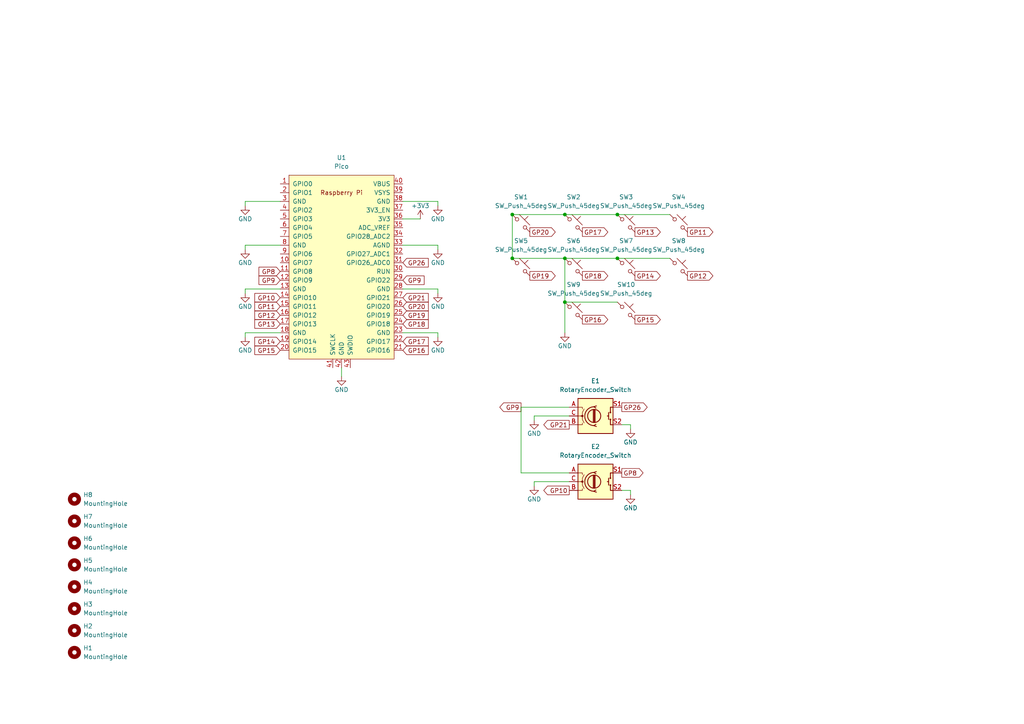
<source format=kicad_sch>
(kicad_sch (version 20230121) (generator eeschema)
  (paper "A4")
  (lib_symbols
    (symbol "Device:RotaryEncoder_Switch" (pin_names (offset 0.254) hide)
      (property "Reference" "SW" (at 0 6.604 0))
      (property "Value" "RotaryEncoder_Switch" (at 0 -6.604 0))
      (symbol "RotaryEncoder_Switch_0_1"
        (rectangle (start -5.08 5.08) (end 5.08 -5.08) (stroke (width 0.254)) (fill (type background)))
        (circle (center -3.81 0) (radius 0.254) (fill (type outline)))
        (circle (center -0.381 0) (radius 1.905) (stroke (width 0.254)))
        (arc (start -0.381 2.667) (mid -3.0988 -0.0635) (end -0.381 -2.794) (stroke (width 0.254)))
        (polyline (pts (xy -0.635 -1.778) (xy -0.635 1.778)) (stroke (width 0.254)))
        (polyline (pts (xy -0.381 -1.778) (xy -0.381 1.778)) (stroke (width 0.254)))
        (polyline (pts (xy -0.127 1.778) (xy -0.127 -1.778)) (stroke (width 0.254)))
        (polyline (pts (xy 3.81 0) (xy 3.429 0)) (stroke (width 0.254)))
        (polyline (pts (xy 3.81 1.016) (xy 3.81 -1.016)) (stroke (width 0.254)))
        (polyline (pts (xy -5.08 -2.54) (xy -3.81 -2.54) (xy -3.81 -2.032)))
        (polyline (pts (xy -5.08 2.54) (xy -3.81 2.54) (xy -3.81 2.032)))
        (polyline (pts (xy 0.254 -3.048) (xy -0.508 -2.794) (xy 0.127 -2.413)) (stroke (width 0.254)))
        (polyline (pts (xy 0.254 2.921) (xy -0.508 2.667) (xy 0.127 2.286)) (stroke (width 0.254)))
        (polyline (pts (xy 5.08 -2.54) (xy 4.318 -2.54) (xy 4.318 -1.016)) (stroke (width 0.254)))
        (polyline (pts (xy 5.08 2.54) (xy 4.318 2.54) (xy 4.318 1.016)) (stroke (width 0.254)))
        (polyline (pts (xy -5.08 0) (xy -3.81 0) (xy -3.81 -1.016) (xy -3.302 -2.032)))
        (polyline (pts (xy -4.318 0) (xy -3.81 0) (xy -3.81 1.016) (xy -3.302 2.032)))
        (circle (center 4.318 -1.016) (radius 0.127) (stroke (width 0.254)))
        (circle (center 4.318 1.016) (radius 0.127) (stroke (width 0.254)))
      )
      (symbol "RotaryEncoder_Switch_1_1"
        (pin passive line (at -7.62 2.54 0) (length 2.54) (name "A") (number "A"))
        (pin passive line (at -7.62 -2.54 0) (length 2.54) (name "B") (number "B"))
        (pin passive line (at -7.62 0 0) (length 2.54) (name "C") (number "C"))
        (pin passive line (at 7.62 2.54 180) (length 2.54) (name "S1") (number "S1"))
        (pin passive line (at 7.62 -2.54 180) (length 2.54) (name "S2") (number "S2"))
      )
    )
    (symbol "MCU_RaspberryPi_and_Boards:Pico" (pin_names (offset 1.016))
      (property "Reference" "U" (at -13.97 27.94 0))
      (property "Value" "Pico" (at 0 19.05 0))
      (symbol "Pico_0_0"
        (text "Raspberry Pi" (at 0 21.59 0) (effects (font (size 1.27 1.27))))
      )
      (symbol "Pico_0_1"
        (rectangle (start -15.24 26.67) (end 15.24 -26.67) (fill (type background)))
      )
      (symbol "Pico_1_1"
        (pin bidirectional line (at -17.78 24.13 0) (length 2.54) (name "GPIO0") (number "1"))
        (pin bidirectional line (at -17.78 1.27 0) (length 2.54) (name "GPIO7") (number "10"))
        (pin bidirectional line (at -17.78 -1.27 0) (length 2.54) (name "GPIO8") (number "11"))
        (pin bidirectional line (at -17.78 -3.81 0) (length 2.54) (name "GPIO9") (number "12"))
        (pin power_in line (at -17.78 -6.35 0) (length 2.54) (name "GND") (number "13"))
        (pin bidirectional line (at -17.78 -8.89 0) (length 2.54) (name "GPIO10") (number "14"))
        (pin bidirectional line (at -17.78 -11.43 0) (length 2.54) (name "GPIO11") (number "15"))
        (pin bidirectional line (at -17.78 -13.97 0) (length 2.54) (name "GPIO12") (number "16"))
        (pin bidirectional line (at -17.78 -16.51 0) (length 2.54) (name "GPIO13") (number "17"))
        (pin power_in line (at -17.78 -19.05 0) (length 2.54) (name "GND") (number "18"))
        (pin bidirectional line (at -17.78 -21.59 0) (length 2.54) (name "GPIO14") (number "19"))
        (pin bidirectional line (at -17.78 21.59 0) (length 2.54) (name "GPIO1") (number "2"))
        (pin bidirectional line (at -17.78 -24.13 0) (length 2.54) (name "GPIO15") (number "20"))
        (pin bidirectional line (at 17.78 -24.13 180) (length 2.54) (name "GPIO16") (number "21"))
        (pin bidirectional line (at 17.78 -21.59 180) (length 2.54) (name "GPIO17") (number "22"))
        (pin power_in line (at 17.78 -19.05 180) (length 2.54) (name "GND") (number "23"))
        (pin bidirectional line (at 17.78 -16.51 180) (length 2.54) (name "GPIO18") (number "24"))
        (pin bidirectional line (at 17.78 -13.97 180) (length 2.54) (name "GPIO19") (number "25"))
        (pin bidirectional line (at 17.78 -11.43 180) (length 2.54) (name "GPIO20") (number "26"))
        (pin bidirectional line (at 17.78 -8.89 180) (length 2.54) (name "GPIO21") (number "27"))
        (pin power_in line (at 17.78 -6.35 180) (length 2.54) (name "GND") (number "28"))
        (pin bidirectional line (at 17.78 -3.81 180) (length 2.54) (name "GPIO22") (number "29"))
        (pin power_in line (at -17.78 19.05 0) (length 2.54) (name "GND") (number "3"))
        (pin input line (at 17.78 -1.27 180) (length 2.54) (name "RUN") (number "30"))
        (pin bidirectional line (at 17.78 1.27 180) (length 2.54) (name "GPIO26_ADC0") (number "31"))
        (pin bidirectional line (at 17.78 3.81 180) (length 2.54) (name "GPIO27_ADC1") (number "32"))
        (pin power_in line (at 17.78 6.35 180) (length 2.54) (name "AGND") (number "33"))
        (pin bidirectional line (at 17.78 8.89 180) (length 2.54) (name "GPIO28_ADC2") (number "34"))
        (pin unspecified line (at 17.78 11.43 180) (length 2.54) (name "ADC_VREF") (number "35"))
        (pin unspecified line (at 17.78 13.97 180) (length 2.54) (name "3V3") (number "36"))
        (pin input line (at 17.78 16.51 180) (length 2.54) (name "3V3_EN") (number "37"))
        (pin bidirectional line (at 17.78 19.05 180) (length 2.54) (name "GND") (number "38"))
        (pin unspecified line (at 17.78 21.59 180) (length 2.54) (name "VSYS") (number "39"))
        (pin bidirectional line (at -17.78 16.51 0) (length 2.54) (name "GPIO2") (number "4"))
        (pin unspecified line (at 17.78 24.13 180) (length 2.54) (name "VBUS") (number "40"))
        (pin input line (at -2.54 -29.21 90) (length 2.54) (name "SWCLK") (number "41"))
        (pin power_in line (at 0 -29.21 90) (length 2.54) (name "GND") (number "42"))
        (pin bidirectional line (at 2.54 -29.21 90) (length 2.54) (name "SWDIO") (number "43"))
        (pin bidirectional line (at -17.78 13.97 0) (length 2.54) (name "GPIO3") (number "5"))
        (pin bidirectional line (at -17.78 11.43 0) (length 2.54) (name "GPIO4") (number "6"))
        (pin bidirectional line (at -17.78 8.89 0) (length 2.54) (name "GPIO5") (number "7"))
        (pin power_in line (at -17.78 6.35 0) (length 2.54) (name "GND") (number "8"))
        (pin bidirectional line (at -17.78 3.81 0) (length 2.54) (name "GPIO6") (number "9"))
      )
    )
    (symbol "Mechanical:MountingHole" (pin_names (offset 1.016))
      (property "Reference" "H" (at 0 5.08 0))
      (property "Value" "MountingHole" (at 0 3.175 0))
      (symbol "MountingHole_0_1"
        (circle (center 0 0) (radius 1.27) (stroke (width 1.27)))
      )
    )
    (symbol "Switch:SW_Push_45deg" (pin_numbers hide) (pin_names (offset 1.016) hide)
      (property "Reference" "SW" (at 3.048 1.016 0))
      (property "Value" "SW_Push_45deg" (at 0 -3.81 0))
      (symbol "SW_Push_45deg_0_1"
        (circle (center -1.1684 1.1684) (radius 0.508))
        (polyline (pts (xy -0.508 2.54) (xy 2.54 -0.508)))
        (polyline (pts (xy 1.016 1.016) (xy 2.032 2.032)))
        (polyline (pts (xy -2.54 2.54) (xy -1.524 1.524) (xy -1.524 1.524)))
        (polyline (pts (xy 1.524 -1.524) (xy 2.54 -2.54) (xy 2.54 -2.54) (xy 2.54 -2.54)))
        (circle (center 1.143 -1.1938) (radius 0.508))
        (pin passive line (at -2.54 2.54 0) (length 0) (name "1") (number "1"))
        (pin passive line (at 2.54 -2.54 180) (length 0) (name "2") (number "2"))
      )
    )
    (symbol "power:+3V3" (power) (pin_names (offset 0))
      (property "Value" "+3V3" (at 0 3.556 0))
      (symbol "+3V3_0_1"
        (polyline (pts (xy -0.762 1.27) (xy 0 2.54)))
        (polyline (pts (xy 0 0) (xy 0 2.54)))
        (polyline (pts (xy 0 2.54) (xy 0.762 1.27)))
      )
      (symbol "+3V3_1_1"
        (pin power_in line (at 0 0 90) (length 0) hide (name "+3V3") (number "1"))
      )
    )
    (symbol "power:GND" (power) (pin_names (offset 0))
      (property "Value" "GND" (at 0 -3.81 0))
      (symbol "GND_0_1"
        (polyline (pts (xy 0 0) (xy 0 -1.27) (xy 1.27 -1.27) (xy 0 -2.54) (xy -1.27 -1.27) (xy 0 -1.27)))
      )
      (symbol "GND_1_1"
        (pin power_in line (at 0 0 270) (length 0) hide (name "GND") (number "1"))
      )
    )
  )
  (junction (at 163.83 62.23))
  (junction (at 163.83 74.93))
  (junction (at 179.07 62.23))
  (junction (at 179.07 74.93))
  (junction (at 148.59 62.23))
  (junction (at 148.59 74.93))
  (junction (at 163.83 87.63))
  (wire (pts (xy 99.06 109.22) (xy 99.06 106.68)))
  (wire (pts (xy 182.88 123.19) (xy 182.88 124.46)))
  (wire (pts (xy 71.12 58.42) (xy 71.12 59.69)))
  (wire (pts (xy 180.34 142.24) (xy 182.88 142.24)))
  (wire (pts (xy 179.07 74.93) (xy 194.31 74.93)))
  (wire (pts (xy 116.84 71.12) (xy 127 71.12)))
  (wire (pts (xy 81.28 58.42) (xy 71.12 58.42)))
  (wire (pts (xy 148.59 74.93) (xy 163.83 74.93)))
  (wire (pts (xy 127 96.52) (xy 127 97.79)))
  (wire (pts (xy 163.83 74.93) (xy 163.83 87.63)))
  (wire (pts (xy 81.28 83.82) (xy 71.12 83.82)))
  (wire (pts (xy 180.34 123.19) (xy 182.88 123.19)))
  (wire (pts (xy 163.83 87.63) (xy 179.07 87.63)))
  (wire (pts (xy 163.83 87.63) (xy 163.83 96.52)))
  (wire (pts (xy 182.88 142.24) (xy 182.88 143.51)))
  (wire (pts (xy 81.28 96.52) (xy 71.12 96.52)))
  (wire (pts (xy 154.94 140.97) (xy 154.94 139.7)))
  (wire (pts (xy 71.12 96.52) (xy 71.12 97.79)))
  (wire (pts (xy 71.12 83.82) (xy 71.12 85.09)))
  (wire (pts (xy 163.83 74.93) (xy 179.07 74.93)))
  (wire (pts (xy 148.59 62.23) (xy 163.83 62.23)))
  (wire (pts (xy 116.84 96.52) (xy 127 96.52)))
  (wire (pts (xy 116.84 83.82) (xy 127 83.82)))
  (wire (pts (xy 116.84 63.5) (xy 121.92 63.5)))
  (wire (pts (xy 127 83.82) (xy 127 85.09)))
  (wire (pts (xy 151.13 137.16) (xy 151.13 118.11)))
  (wire (pts (xy 179.07 62.23) (xy 194.31 62.23)))
  (wire (pts (xy 81.28 71.12) (xy 71.12 71.12)))
  (wire (pts (xy 148.59 62.23) (xy 148.59 74.93)))
  (wire (pts (xy 127 58.42) (xy 127 59.69)))
  (wire (pts (xy 127 71.12) (xy 127 72.39)))
  (wire (pts (xy 154.94 139.7) (xy 165.1 139.7)))
  (wire (pts (xy 154.94 121.92) (xy 154.94 120.65)))
  (wire (pts (xy 151.13 118.11) (xy 165.1 118.11)))
  (wire (pts (xy 151.13 137.16) (xy 165.1 137.16)))
  (wire (pts (xy 116.84 58.42) (xy 127 58.42)))
  (wire (pts (xy 163.83 62.23) (xy 179.07 62.23)))
  (wire (pts (xy 154.94 120.65) (xy 165.1 120.65)))
  (wire (pts (xy 71.12 71.12) (xy 71.12 72.39)))
  (global_label "GP19" (shape output) (at 153.67 80.01 0) (property "Intersheetrefs" "${INTERSHEET_REFS}" (effects hide)))
  (global_label "GP12" (shape output) (at 199.39 80.01 0) (property "Intersheetrefs" "${INTERSHEET_REFS}" (effects hide)))
  (global_label "GP26" (shape input) (at 116.84 76.2 0) (property "Intersheetrefs" "${INTERSHEET_REFS}" (effects hide)))
  (global_label "GP9" (shape input) (at 81.28 81.28 180) (property "Intersheetrefs" "${INTERSHEET_REFS}" (effects hide)))
  (global_label "GP18" (shape output) (at 168.91 80.01 0) (property "Intersheetrefs" "${INTERSHEET_REFS}" (effects hide)))
  (global_label "GP10" (shape input) (at 81.28 86.36 180) (property "Intersheetrefs" "${INTERSHEET_REFS}" (effects hide)))
  (global_label "GP14" (shape input) (at 81.28 99.06 180) (property "Intersheetrefs" "${INTERSHEET_REFS}" (effects hide)))
  (global_label "GP18" (shape input) (at 116.84 93.98 0) (property "Intersheetrefs" "${INTERSHEET_REFS}" (effects hide)))
  (global_label "GP13" (shape output) (at 184.15 67.31 0) (property "Intersheetrefs" "${INTERSHEET_REFS}" (effects hide)))
  (global_label "GP20" (shape input) (at 116.84 88.9 0) (property "Intersheetrefs" "${INTERSHEET_REFS}" (effects hide)))
  (global_label "GP15" (shape output) (at 184.15 92.71 0) (property "Intersheetrefs" "${INTERSHEET_REFS}" (effects hide)))
  (global_label "GP10" (shape output) (at 165.1 142.24 180) (property "Intersheetrefs" "${INTERSHEET_REFS}" (effects hide)))
  (global_label "GP16" (shape input) (at 116.84 101.6 0) (property "Intersheetrefs" "${INTERSHEET_REFS}" (effects hide)))
  (global_label "GP9" (shape input) (at 116.84 81.28 0) (property "Intersheetrefs" "${INTERSHEET_REFS}" (effects hide)))
  (global_label "GP11" (shape output) (at 199.39 67.31 0) (property "Intersheetrefs" "${INTERSHEET_REFS}" (effects hide)))
  (global_label "GP19" (shape input) (at 116.84 91.44 0) (property "Intersheetrefs" "${INTERSHEET_REFS}" (effects hide)))
  (global_label "GP21" (shape output) (at 165.1 123.19 180) (property "Intersheetrefs" "${INTERSHEET_REFS}" (effects hide)))
  (global_label "GP12" (shape input) (at 81.28 91.44 180) (property "Intersheetrefs" "${INTERSHEET_REFS}" (effects hide)))
  (global_label "GP9" (shape output) (at 151.13 118.11 180) (property "Intersheetrefs" "${INTERSHEET_REFS}" (effects hide)))
  (global_label "GP15" (shape input) (at 81.28 101.6 180) (property "Intersheetrefs" "${INTERSHEET_REFS}" (effects hide)))
  (global_label "GP17" (shape input) (at 116.84 99.06 0) (property "Intersheetrefs" "${INTERSHEET_REFS}" (effects hide)))
  (global_label "GP17" (shape output) (at 168.91 67.31 0) (property "Intersheetrefs" "${INTERSHEET_REFS}" (effects hide)))
  (global_label "GP8" (shape output) (at 180.34 137.16 0) (property "Intersheetrefs" "${INTERSHEET_REFS}" (effects hide)))
  (global_label "GP13" (shape input) (at 81.28 93.98 180) (property "Intersheetrefs" "${INTERSHEET_REFS}" (effects hide)))
  (global_label "GP11" (shape input) (at 81.28 88.9 180) (property "Intersheetrefs" "${INTERSHEET_REFS}" (effects hide)))
  (global_label "GP14" (shape output) (at 184.15 80.01 0) (property "Intersheetrefs" "${INTERSHEET_REFS}" (effects hide)))
  (global_label "GP20" (shape output) (at 153.67 67.31 0) (property "Intersheetrefs" "${INTERSHEET_REFS}" (effects hide)))
  (global_label "GP21" (shape input) (at 116.84 86.36 0) (property "Intersheetrefs" "${INTERSHEET_REFS}" (effects hide)))
  (global_label "GP26" (shape output) (at 180.34 118.11 0) (property "Intersheetrefs" "${INTERSHEET_REFS}" (effects hide)))
  (global_label "GP16" (shape output) (at 168.91 92.71 0) (property "Intersheetrefs" "${INTERSHEET_REFS}" (effects hide)))
  (global_label "GP8" (shape input) (at 81.28 78.74 180) (property "Intersheetrefs" "${INTERSHEET_REFS}" (effects hide)))
  (symbol (lib_id "power:GND") (at 71.12 72.39 0) (unit 1)
    (property "Reference" "#PWR08" (effects hide))
    (property "Value" "GND" (at 71.12 76.2 0))
  )
  (symbol (lib_id "power:+3V3") (at 121.92 63.5 0) (unit 1)
    (property "Reference" "#PWR02" (effects hide))
    (property "Value" "+3V3" (at 121.92 59.69 0))
  )
  (symbol (lib_id "Switch:SW_Push_45deg") (at 166.37 90.17 0) (unit 1)
    (property "Reference" "SW9" (at 166.37 82.55 0))
    (property "Value" "SW_Push_45deg" (at 166.37 85.09 0))
    (property "Footprint" "PCM_Switch_Keyboard_Hotswap_Kailh:SW_Hotswap_Kailh_MX_1.00u" (effects hide))
  )
  (symbol (lib_id "Mechanical:MountingHole") (at 21.59 151.13 0) (unit 1)
    (property "Reference" "H7" (at 24.13 149.86 0) (effects (justify left)))
    (property "Value" "MountingHole" (at 24.13 152.4 0) (effects (justify left)))
    (property "Footprint" "MountingHole:MountingHole_2.2mm_M2" (effects hide))
  )
  (symbol (lib_id "Switch:SW_Push_45deg") (at 181.61 90.17 0) (unit 1)
    (property "Reference" "SW10" (at 181.61 82.55 0))
    (property "Value" "SW_Push_45deg" (at 181.61 85.09 0))
    (property "Footprint" "PCM_Switch_Keyboard_Hotswap_Kailh:SW_Hotswap_Kailh_MX_1.00u" (effects hide))
  )
  (symbol (lib_id "Switch:SW_Push_45deg") (at 181.61 77.47 0) (unit 1)
    (property "Reference" "SW7" (at 181.61 69.85 0))
    (property "Value" "SW_Push_45deg" (at 181.61 72.39 0))
    (property "Footprint" "PCM_Switch_Keyboard_Hotswap_Kailh:SW_Hotswap_Kailh_MX_1.00u" (effects hide))
  )
  (symbol (lib_id "Mechanical:MountingHole") (at 21.59 170.18 0) (unit 1)
    (property "Reference" "H4" (at 24.13 168.91 0) (effects (justify left)))
    (property "Value" "MountingHole" (at 24.13 171.45 0) (effects (justify left)))
    (property "Footprint" "MountingHole:MountingHole_2.2mm_M2" (effects hide))
  )
  (symbol (lib_id "power:GND") (at 154.94 140.97 0) (unit 1)
    (property "Reference" "#PWR014" (effects hide))
    (property "Value" "GND" (at 154.94 144.78 0))
  )
  (symbol (lib_id "Device:RotaryEncoder_Switch") (at 172.72 120.65 0) (unit 1)
    (property "Reference" "E1" (at 172.72 110.49 0))
    (property "Value" "RotaryEncoder_Switch" (at 172.72 113.03 0))
    (property "Footprint" "Rotary_Encoder:RotaryEncoder_Alps_EC12E-Switch_Vertical_H20mm" (effects hide))
  )
  (symbol (lib_id "Switch:SW_Push_45deg") (at 196.85 77.47 0) (unit 1)
    (property "Reference" "SW8" (at 196.85 69.85 0))
    (property "Value" "SW_Push_45deg" (at 196.85 72.39 0))
    (property "Footprint" "PCM_Switch_Keyboard_Hotswap_Kailh:SW_Hotswap_Kailh_MX_1.00u" (effects hide))
  )
  (symbol (lib_id "Mechanical:MountingHole") (at 21.59 189.23 0) (unit 1)
    (property "Reference" "H1" (at 24.13 187.96 0) (effects (justify left)))
    (property "Value" "MountingHole" (at 24.13 190.5 0) (effects (justify left)))
    (property "Footprint" "MountingHole:MountingHole_2.2mm_M2" (effects hide))
  )
  (symbol (lib_id "Mechanical:MountingHole") (at 21.59 163.83 0) (unit 1)
    (property "Reference" "H5" (at 24.13 162.56 0) (effects (justify left)))
    (property "Value" "MountingHole" (at 24.13 165.1 0) (effects (justify left)))
    (property "Footprint" "MountingHole:MountingHole_2.2mm_M2" (effects hide))
  )
  (symbol (lib_id "power:GND") (at 127 97.79 0) (unit 1)
    (property "Reference" "#PWR06" (effects hide))
    (property "Value" "GND" (at 127 101.6 0))
  )
  (symbol (lib_id "power:GND") (at 127 72.39 0) (unit 1)
    (property "Reference" "#PWR04" (effects hide))
    (property "Value" "GND" (at 127 76.2 0))
  )
  (symbol (lib_id "Switch:SW_Push_45deg") (at 151.13 77.47 0) (unit 1)
    (property "Reference" "SW5" (at 151.13 69.85 0))
    (property "Value" "SW_Push_45deg" (at 151.13 72.39 0))
    (property "Footprint" "PCM_Switch_Keyboard_Hotswap_Kailh:SW_Hotswap_Kailh_MX_1.00u" (effects hide))
  )
  (symbol (lib_id "power:GND") (at 182.88 143.51 0) (unit 1)
    (property "Reference" "#PWR012" (effects hide))
    (property "Value" "GND" (at 182.88 147.32 0))
  )
  (symbol (lib_id "Switch:SW_Push_45deg") (at 181.61 64.77 0) (unit 1)
    (property "Reference" "SW3" (at 181.61 57.15 0))
    (property "Value" "SW_Push_45deg" (at 181.61 59.69 0))
    (property "Footprint" "PCM_Switch_Keyboard_Hotswap_Kailh:SW_Hotswap_Kailh_MX_1.00u" (effects hide))
  )
  (symbol (lib_id "power:GND") (at 127 59.69 0) (unit 1)
    (property "Reference" "#PWR03" (effects hide))
    (property "Value" "GND" (at 127 63.5 0))
  )
  (symbol (lib_id "Switch:SW_Push_45deg") (at 166.37 77.47 0) (unit 1)
    (property "Reference" "SW6" (at 166.37 69.85 0))
    (property "Value" "SW_Push_45deg" (at 166.37 72.39 0))
    (property "Footprint" "PCM_Switch_Keyboard_Hotswap_Kailh:SW_Hotswap_Kailh_MX_1.00u" (effects hide))
  )
  (symbol (lib_id "Switch:SW_Push_45deg") (at 151.13 64.77 0) (unit 1)
    (property "Reference" "SW1" (at 151.13 57.15 0))
    (property "Value" "SW_Push_45deg" (at 151.13 59.69 0))
    (property "Footprint" "PCM_Switch_Keyboard_Hotswap_Kailh:SW_Hotswap_Kailh_MX_1.00u" (effects hide))
  )
  (symbol (lib_id "power:GND") (at 127 85.09 0) (unit 1)
    (property "Reference" "#PWR05" (effects hide))
    (property "Value" "GND" (at 127 88.9 0))
  )
  (symbol (lib_id "power:GND") (at 71.12 97.79 0) (unit 1)
    (property "Reference" "#PWR010" (effects hide))
    (property "Value" "GND" (at 71.12 101.6 0))
  )
  (symbol (lib_id "power:GND") (at 163.83 96.52 0) (unit 1)
    (property "Reference" "#PWR01" (effects hide))
    (property "Value" "GND" (at 163.83 100.33 0))
  )
  (symbol (lib_id "power:GND") (at 71.12 59.69 0) (unit 1)
    (property "Reference" "#PWR07" (effects hide))
    (property "Value" "GND" (at 71.12 63.5 0))
  )
  (symbol (lib_id "power:GND") (at 71.12 85.09 0) (unit 1)
    (property "Reference" "#PWR09" (effects hide))
    (property "Value" "GND" (at 71.12 88.9 0))
  )
  (symbol (lib_id "Mechanical:MountingHole") (at 21.59 176.53 0) (unit 1)
    (property "Reference" "H3" (at 24.13 175.26 0) (effects (justify left)))
    (property "Value" "MountingHole" (at 24.13 177.8 0) (effects (justify left)))
    (property "Footprint" "MountingHole:MountingHole_2.2mm_M2" (effects hide))
  )
  (symbol (lib_id "Mechanical:MountingHole") (at 21.59 182.88 0) (unit 1)
    (property "Reference" "H2" (at 24.13 181.61 0) (effects (justify left)))
    (property "Value" "MountingHole" (at 24.13 184.15 0) (effects (justify left)))
    (property "Footprint" "MountingHole:MountingHole_2.2mm_M2" (effects hide))
  )
  (symbol (lib_id "Mechanical:MountingHole") (at 21.59 144.78 0) (unit 1)
    (property "Reference" "H8" (at 24.13 143.51 0) (effects (justify left)))
    (property "Value" "MountingHole" (at 24.13 146.05 0) (effects (justify left)))
    (property "Footprint" "MountingHole:MountingHole_2.2mm_M2" (effects hide))
  )
  (symbol (lib_id "power:GND") (at 154.94 121.92 0) (unit 1)
    (property "Reference" "#PWR013" (effects hide))
    (property "Value" "GND" (at 154.94 125.73 0))
  )
  (symbol (lib_id "power:GND") (at 99.06 109.22 0) (unit 1)
    (property "Reference" "#PWR015" (effects hide))
    (property "Value" "GND" (at 99.06 113.03 0))
  )
  (symbol (lib_id "Switch:SW_Push_45deg") (at 196.85 64.77 0) (unit 1)
    (property "Reference" "SW4" (at 196.85 57.15 0))
    (property "Value" "SW_Push_45deg" (at 196.85 59.69 0))
    (property "Footprint" "PCM_Switch_Keyboard_Hotswap_Kailh:SW_Hotswap_Kailh_MX_1.00u" (effects hide))
  )
  (symbol (lib_id "power:GND") (at 182.88 124.46 0) (unit 1)
    (property "Reference" "#PWR011" (effects hide))
    (property "Value" "GND" (at 182.88 128.27 0))
  )
  (symbol (lib_id "Mechanical:MountingHole") (at 21.59 157.48 0) (unit 1)
    (property "Reference" "H6" (at 24.13 156.21 0) (effects (justify left)))
    (property "Value" "MountingHole" (at 24.13 158.75 0) (effects (justify left)))
    (property "Footprint" "MountingHole:MountingHole_2.2mm_M2" (effects hide))
  )
  (symbol (lib_id "Device:RotaryEncoder_Switch") (at 172.72 139.7 0) (unit 1)
    (property "Reference" "E2" (at 172.72 129.54 0))
    (property "Value" "RotaryEncoder_Switch" (at 172.72 132.08 0))
    (property "Footprint" "Rotary_Encoder:RotaryEncoder_Alps_EC12E-Switch_Vertical_H20mm" (effects hide))
  )
  (symbol (lib_id "MCU_RaspberryPi_and_Boards:Pico") (at 99.06 77.47 0) (unit 1)
    (property "Reference" "U1" (at 99.06 45.72 0))
    (property "Value" "Pico" (at 99.06 48.26 0))
    (property "Footprint" "MCU_RaspberryPi_and_Boards:RPi_Pico_SMD_TH" (effects hide))
  )
  (symbol (lib_id "Switch:SW_Push_45deg") (at 166.37 64.77 0) (unit 1)
    (property "Reference" "SW2" (at 166.37 57.15 0))
    (property "Value" "SW_Push_45deg" (at 166.37 59.69 0))
    (property "Footprint" "PCM_Switch_Keyboard_Hotswap_Kailh:SW_Hotswap_Kailh_MX_1.00u" (effects hide))
  )
)
</source>
